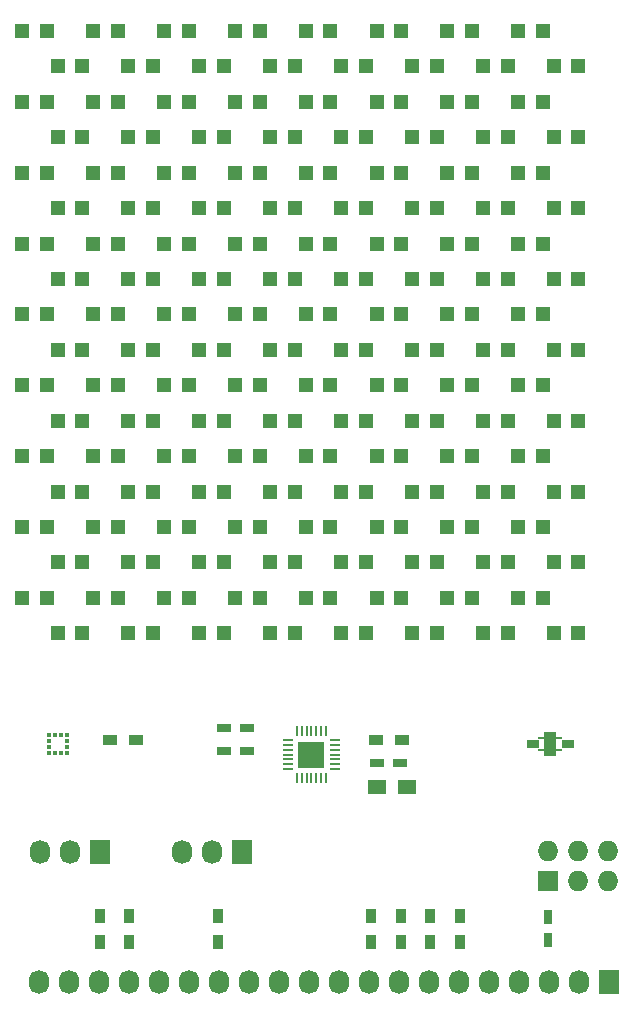
<source format=gbr>
G04 #@! TF.FileFunction,Soldermask,Top*
%FSLAX46Y46*%
G04 Gerber Fmt 4.6, Leading zero omitted, Abs format (unit mm)*
G04 Created by KiCad (PCBNEW 4.0.5+dfsg1-4) date Mon Sep 23 08:09:59 2019*
%MOMM*%
%LPD*%
G01*
G04 APERTURE LIST*
%ADD10C,0.100000*%
%ADD11R,1.198880X1.198880*%
%ADD12R,1.200000X0.750000*%
%ADD13R,1.500000X1.250000*%
%ADD14R,0.750000X1.200000*%
%ADD15R,1.727200X1.727200*%
%ADD16O,1.727200X1.727200*%
%ADD17R,1.727200X2.032000*%
%ADD18O,1.727200X2.032000*%
%ADD19R,0.900000X1.200000*%
%ADD20R,1.200000X0.900000*%
%ADD21R,0.450000X0.350000*%
%ADD22R,0.350000X0.450000*%
%ADD23R,0.810000X0.210000*%
%ADD24R,0.210000X0.810000*%
%ADD25R,2.310000X2.310000*%
%ADD26R,2.100000X0.250000*%
%ADD27R,1.000000X0.750000*%
%ADD28R,1.000000X2.000000*%
G04 APERTURE END LIST*
D10*
D11*
X151369020Y-71100000D03*
X149270980Y-71100000D03*
X124369020Y-80100000D03*
X122270980Y-80100000D03*
D12*
X133370000Y-115100000D03*
X135270000Y-115100000D03*
D13*
X148820000Y-120100000D03*
X146320000Y-120100000D03*
D12*
X148220000Y-118100000D03*
X146320000Y-118100000D03*
D14*
X160820000Y-131150000D03*
X160820000Y-133050000D03*
D12*
X135270000Y-117100000D03*
X133370000Y-117100000D03*
D11*
X118369020Y-56100000D03*
X116270980Y-56100000D03*
X124369020Y-56100000D03*
X122270980Y-56100000D03*
X130369020Y-56100000D03*
X128270980Y-56100000D03*
X136369020Y-56100000D03*
X134270980Y-56100000D03*
X142369020Y-56100000D03*
X140270980Y-56100000D03*
X148369020Y-56100000D03*
X146270980Y-56100000D03*
X154369020Y-56100000D03*
X152270980Y-56100000D03*
X160369020Y-56100000D03*
X158270980Y-56100000D03*
X121369020Y-83100000D03*
X119270980Y-83100000D03*
X127369020Y-83100000D03*
X125270980Y-83100000D03*
X133369020Y-83100000D03*
X131270980Y-83100000D03*
X139369020Y-83100000D03*
X137270980Y-83100000D03*
X145369020Y-83100000D03*
X143270980Y-83100000D03*
X151369020Y-83100000D03*
X149270980Y-83100000D03*
X157369020Y-83100000D03*
X155270980Y-83100000D03*
X163369020Y-83100000D03*
X161270980Y-83100000D03*
X121369020Y-59100000D03*
X119270980Y-59100000D03*
X127369020Y-59100000D03*
X125270980Y-59100000D03*
X133369020Y-59100000D03*
X131270980Y-59100000D03*
X139369020Y-59100000D03*
X137270980Y-59100000D03*
X145369020Y-59100000D03*
X143270980Y-59100000D03*
X151369020Y-59100000D03*
X149270980Y-59100000D03*
X157369020Y-59100000D03*
X155270980Y-59100000D03*
X163369020Y-59100000D03*
X161270980Y-59100000D03*
X118369020Y-86100000D03*
X116270980Y-86100000D03*
X124369020Y-86100000D03*
X122270980Y-86100000D03*
X130369020Y-86100000D03*
X128270980Y-86100000D03*
X136369020Y-86100000D03*
X134270980Y-86100000D03*
X142369020Y-86100000D03*
X140270980Y-86100000D03*
X148369020Y-86100000D03*
X146270980Y-86100000D03*
X154369020Y-86100000D03*
X152270980Y-86100000D03*
X160369020Y-86100000D03*
X158270980Y-86100000D03*
X118369020Y-62100000D03*
X116270980Y-62100000D03*
X124369020Y-62100000D03*
X122270980Y-62100000D03*
X130369020Y-62100000D03*
X128270980Y-62100000D03*
X136369020Y-62100000D03*
X134270980Y-62100000D03*
X142369020Y-62100000D03*
X140270980Y-62100000D03*
X148369020Y-62100000D03*
X146270980Y-62100000D03*
X154369020Y-62100000D03*
X152270980Y-62100000D03*
X160369020Y-62100000D03*
X158270980Y-62100000D03*
X121369020Y-89100000D03*
X119270980Y-89100000D03*
X127369020Y-89100000D03*
X125270980Y-89100000D03*
X133369020Y-89100000D03*
X131270980Y-89100000D03*
X139369020Y-89100000D03*
X137270980Y-89100000D03*
X145369020Y-89100000D03*
X143270980Y-89100000D03*
X151369020Y-89100000D03*
X149270980Y-89100000D03*
X157369020Y-89100000D03*
X155270980Y-89100000D03*
X163369020Y-89100000D03*
X161270980Y-89100000D03*
X121369020Y-65100000D03*
X119270980Y-65100000D03*
X127369020Y-65100000D03*
X125270980Y-65100000D03*
X133369020Y-65100000D03*
X131270980Y-65100000D03*
X139369020Y-65100000D03*
X137270980Y-65100000D03*
X145369020Y-65100000D03*
X143270980Y-65100000D03*
X151369020Y-65100000D03*
X149270980Y-65100000D03*
X157369020Y-65100000D03*
X155270980Y-65100000D03*
X163369020Y-65100000D03*
X161270980Y-65100000D03*
X118369020Y-92100000D03*
X116270980Y-92100000D03*
X124369020Y-92100000D03*
X122270980Y-92100000D03*
X130369020Y-92100000D03*
X128270980Y-92100000D03*
X136369020Y-92100000D03*
X134270980Y-92100000D03*
X142369020Y-92100000D03*
X140270980Y-92100000D03*
X148369020Y-92100000D03*
X146270980Y-92100000D03*
X154369020Y-92100000D03*
X152270980Y-92100000D03*
X160369020Y-92100000D03*
X158270980Y-92100000D03*
X118369020Y-68100000D03*
X116270980Y-68100000D03*
X124369020Y-68100000D03*
X122270980Y-68100000D03*
X130369020Y-68100000D03*
X128270980Y-68100000D03*
X136369020Y-68100000D03*
X134270980Y-68100000D03*
X142369020Y-68100000D03*
X140270980Y-68100000D03*
X148369020Y-68100000D03*
X146270980Y-68100000D03*
X154369020Y-68100000D03*
X152270980Y-68100000D03*
X160369020Y-68100000D03*
X158270980Y-68100000D03*
X121369020Y-95100000D03*
X119270980Y-95100000D03*
X127369020Y-95100000D03*
X125270980Y-95100000D03*
X133369020Y-95100000D03*
X131270980Y-95100000D03*
X139369020Y-95100000D03*
X137270980Y-95100000D03*
X145369020Y-95100000D03*
X143270980Y-95100000D03*
X151369020Y-95100000D03*
X149270980Y-95100000D03*
X157369020Y-95100000D03*
X155270980Y-95100000D03*
X163369020Y-95100000D03*
X161270980Y-95100000D03*
X121369020Y-71100000D03*
X119270980Y-71100000D03*
X127369020Y-71100000D03*
X125270980Y-71100000D03*
X133369020Y-71100000D03*
X131270980Y-71100000D03*
X139369020Y-71100000D03*
X137270980Y-71100000D03*
X145369020Y-71100000D03*
X143270980Y-71100000D03*
X157369020Y-71100000D03*
X155270980Y-71100000D03*
X163369020Y-71100000D03*
X161270980Y-71100000D03*
X118369020Y-98100000D03*
X116270980Y-98100000D03*
X124369020Y-98100000D03*
X122270980Y-98100000D03*
X130369020Y-98100000D03*
X128270980Y-98100000D03*
X136369020Y-98100000D03*
X134270980Y-98100000D03*
X142369020Y-98100000D03*
X140270980Y-98100000D03*
X148369020Y-98100000D03*
X146270980Y-98100000D03*
X154369020Y-98100000D03*
X152270980Y-98100000D03*
X160369020Y-98100000D03*
X158270980Y-98100000D03*
X118369020Y-74100000D03*
X116270980Y-74100000D03*
X124369020Y-74100000D03*
X122270980Y-74100000D03*
X130369020Y-74100000D03*
X128270980Y-74100000D03*
X136369020Y-74100000D03*
X134270980Y-74100000D03*
X142369020Y-74100000D03*
X140270980Y-74100000D03*
X148369020Y-74100000D03*
X146270980Y-74100000D03*
X154369020Y-74100000D03*
X152270980Y-74100000D03*
X160369020Y-74100000D03*
X158270980Y-74100000D03*
X121369020Y-101100000D03*
X119270980Y-101100000D03*
X127369020Y-101100000D03*
X125270980Y-101100000D03*
X133369020Y-101100000D03*
X131270980Y-101100000D03*
X139369020Y-101100000D03*
X137270980Y-101100000D03*
X145369020Y-101100000D03*
X143270980Y-101100000D03*
X151369020Y-101100000D03*
X149270980Y-101100000D03*
X157369020Y-101100000D03*
X155270980Y-101100000D03*
X163369020Y-101100000D03*
X161270980Y-101100000D03*
X121369020Y-77100000D03*
X119270980Y-77100000D03*
X127369020Y-77100000D03*
X125270980Y-77100000D03*
X133369020Y-77100000D03*
X131270980Y-77100000D03*
X139369020Y-77100000D03*
X137270980Y-77100000D03*
X145369020Y-77100000D03*
X143270980Y-77100000D03*
X151369020Y-77100000D03*
X149270980Y-77100000D03*
X157369020Y-77100000D03*
X155270980Y-77100000D03*
X163369020Y-77100000D03*
X161270980Y-77100000D03*
X118369020Y-104100000D03*
X116270980Y-104100000D03*
X124369020Y-104100000D03*
X122270980Y-104100000D03*
X130369020Y-104100000D03*
X128270980Y-104100000D03*
X136369020Y-104100000D03*
X134270980Y-104100000D03*
X142369020Y-104100000D03*
X140270980Y-104100000D03*
X148369020Y-104100000D03*
X146270980Y-104100000D03*
X154369020Y-104100000D03*
X152270980Y-104100000D03*
X160369020Y-104100000D03*
X158270980Y-104100000D03*
X118369020Y-80100000D03*
X116270980Y-80100000D03*
X130369020Y-80100000D03*
X128270980Y-80100000D03*
X136369020Y-80100000D03*
X134270980Y-80100000D03*
X142369020Y-80100000D03*
X140270980Y-80100000D03*
X148369020Y-80100000D03*
X146270980Y-80100000D03*
X154369020Y-80100000D03*
X152270980Y-80100000D03*
X160369020Y-80100000D03*
X158270980Y-80100000D03*
X121369020Y-107100000D03*
X119270980Y-107100000D03*
X127369020Y-107100000D03*
X125270980Y-107100000D03*
X133369020Y-107100000D03*
X131270980Y-107100000D03*
X139369020Y-107100000D03*
X137270980Y-107100000D03*
X145369020Y-107100000D03*
X143270980Y-107100000D03*
X151369020Y-107100000D03*
X149270980Y-107100000D03*
X157369020Y-107100000D03*
X155270980Y-107100000D03*
X163369020Y-107100000D03*
X161270980Y-107100000D03*
D15*
X160780000Y-128100000D03*
D16*
X160780000Y-125560000D03*
X163320000Y-128100000D03*
X163320000Y-125560000D03*
X165860000Y-128100000D03*
X165860000Y-125560000D03*
D17*
X134860000Y-125600000D03*
D18*
X132320000Y-125600000D03*
X129780000Y-125600000D03*
D17*
X122860000Y-125600000D03*
D18*
X120320000Y-125600000D03*
X117780000Y-125600000D03*
D19*
X148320000Y-133200000D03*
X148320000Y-131000000D03*
X150820000Y-133200000D03*
X150820000Y-131000000D03*
X153320000Y-133200000D03*
X153320000Y-131000000D03*
X145820000Y-131000000D03*
X145820000Y-133200000D03*
D20*
X148420000Y-116100000D03*
X146220000Y-116100000D03*
D19*
X125320000Y-131000000D03*
X125320000Y-133200000D03*
X122820000Y-131000000D03*
X122820000Y-133200000D03*
D20*
X125920000Y-116100000D03*
X123720000Y-116100000D03*
D19*
X132820000Y-131000000D03*
X132820000Y-133200000D03*
D17*
X165940000Y-136600000D03*
D18*
X163400000Y-136600000D03*
X160860000Y-136600000D03*
X158320000Y-136600000D03*
X155780000Y-136600000D03*
X153240000Y-136600000D03*
X150700000Y-136600000D03*
X148160000Y-136600000D03*
X145620000Y-136600000D03*
X143080000Y-136600000D03*
X140540000Y-136600000D03*
X138000000Y-136600000D03*
X135460000Y-136600000D03*
X132920000Y-136600000D03*
X130380000Y-136600000D03*
X127840000Y-136600000D03*
X125300000Y-136600000D03*
X122760000Y-136600000D03*
X120220000Y-136600000D03*
X117680000Y-136600000D03*
D21*
X120095672Y-116750316D03*
X120095672Y-116250316D03*
X120095672Y-117250316D03*
X120095672Y-115750316D03*
X118575672Y-117250316D03*
X118575672Y-116750316D03*
X118575672Y-116250316D03*
X118575672Y-115750316D03*
D22*
X119585672Y-117260316D03*
X119085672Y-117260316D03*
X119085672Y-115740316D03*
X119585672Y-115740316D03*
D23*
X142756520Y-118571390D03*
X142756520Y-118171390D03*
X142756520Y-117771390D03*
X142756520Y-117371390D03*
X142756520Y-116971390D03*
X142756520Y-116571390D03*
X142756520Y-116171390D03*
D24*
X141956520Y-115371390D03*
X141556520Y-115371390D03*
X141156520Y-115371390D03*
X140756520Y-115371390D03*
X140356520Y-115371390D03*
X139956520Y-115371390D03*
X139556520Y-115371390D03*
D23*
X138756520Y-116171390D03*
X138756520Y-116571390D03*
X138756520Y-116971390D03*
X138756520Y-117371390D03*
X138756520Y-117771390D03*
X138756520Y-118171390D03*
X138756520Y-118571390D03*
D24*
X139556520Y-119371390D03*
X139956520Y-119371390D03*
X140356520Y-119371390D03*
X140756520Y-119371390D03*
X141156520Y-119371390D03*
X141556520Y-119371390D03*
X141956520Y-119371390D03*
D25*
X140756520Y-117371390D03*
D26*
X161000000Y-116000000D03*
D27*
X162500000Y-116500000D03*
D26*
X161000000Y-117000000D03*
D27*
X159500000Y-116500000D03*
D28*
X161000000Y-116500000D03*
M02*

</source>
